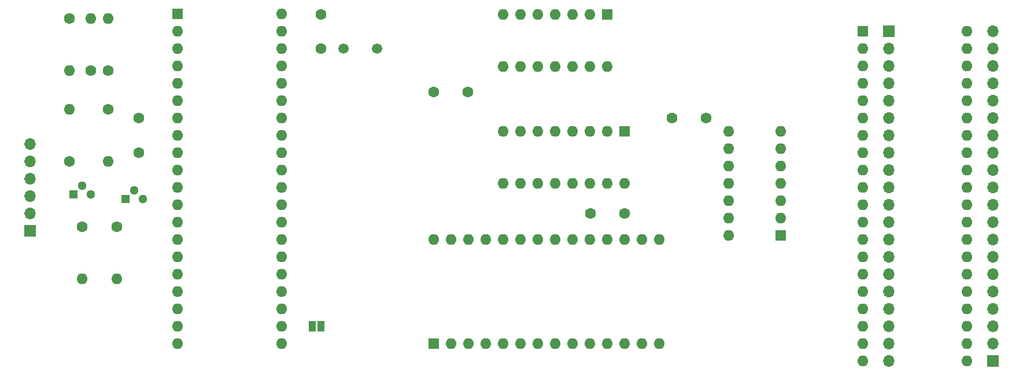
<source format=gts>
%TF.GenerationSoftware,KiCad,Pcbnew,8.0.5+1*%
%TF.CreationDate,2024-10-09T15:07:38+02:00*%
%TF.ProjectId,QL_PC0084A_keyboard_adapter,514c5f50-4330-4303-9834-415f6b657962,0*%
%TF.SameCoordinates,Original*%
%TF.FileFunction,Soldermask,Top*%
%TF.FilePolarity,Negative*%
%FSLAX46Y46*%
G04 Gerber Fmt 4.6, Leading zero omitted, Abs format (unit mm)*
G04 Created by KiCad (PCBNEW 8.0.5+1) date 2024-10-09 15:07:38*
%MOMM*%
%LPD*%
G01*
G04 APERTURE LIST*
%ADD10R,1.600000X1.600000*%
%ADD11O,1.600000X1.600000*%
%ADD12R,1.300000X1.300000*%
%ADD13C,1.300000*%
%ADD14C,1.600000*%
%ADD15C,1.500000*%
%ADD16R,1.700000X1.700000*%
%ADD17O,1.700000X1.700000*%
%ADD18R,1.000000X1.500000*%
G04 APERTURE END LIST*
D10*
%TO.C,U2*%
X115570000Y-78740000D03*
D11*
X115570000Y-81280000D03*
X115570000Y-83820000D03*
X115570000Y-86360000D03*
X115570000Y-88900000D03*
X115570000Y-91440000D03*
X115570000Y-93980000D03*
X115570000Y-96520000D03*
X115570000Y-99060000D03*
X115570000Y-101600000D03*
X115570000Y-104140000D03*
X115570000Y-106680000D03*
X115570000Y-109220000D03*
X115570000Y-111760000D03*
X115570000Y-114300000D03*
X115570000Y-116840000D03*
X115570000Y-119380000D03*
X115570000Y-121920000D03*
X115570000Y-124460000D03*
X115570000Y-127000000D03*
X130810000Y-127000000D03*
X130810000Y-124460000D03*
X130810000Y-121920000D03*
X130810000Y-119380000D03*
X130810000Y-116840000D03*
X130810000Y-114300000D03*
X130810000Y-111760000D03*
X130810000Y-109220000D03*
X130810000Y-106680000D03*
X130810000Y-104140000D03*
X130810000Y-101600000D03*
X130810000Y-99060000D03*
X130810000Y-96520000D03*
X130810000Y-93980000D03*
X130810000Y-91440000D03*
X130810000Y-88900000D03*
X130810000Y-86360000D03*
X130810000Y-83820000D03*
X130810000Y-81280000D03*
X130810000Y-78740000D03*
%TD*%
D10*
%TO.C,U8*%
X178440000Y-78750000D03*
D11*
X175900000Y-78750000D03*
X173360000Y-78750000D03*
X170820000Y-78750000D03*
X168280000Y-78750000D03*
X165740000Y-78750000D03*
X163200000Y-78750000D03*
X163200000Y-86370000D03*
X165740000Y-86370000D03*
X168280000Y-86370000D03*
X170820000Y-86370000D03*
X173360000Y-86370000D03*
X175900000Y-86370000D03*
X178440000Y-86370000D03*
%TD*%
D10*
%TO.C,U1*%
X215900000Y-81280000D03*
D11*
X215900000Y-83820000D03*
X215900000Y-86360000D03*
X215900000Y-88900000D03*
X215900000Y-91440000D03*
X215900000Y-93980000D03*
X215900000Y-96520000D03*
X215900000Y-99060000D03*
X215900000Y-101600000D03*
X215900000Y-104140000D03*
X215900000Y-106680000D03*
X215900000Y-109220000D03*
X215900000Y-111760000D03*
X215900000Y-114300000D03*
X215900000Y-116840000D03*
X215900000Y-119380000D03*
X215900000Y-121920000D03*
X215900000Y-124460000D03*
X215900000Y-127000000D03*
X215900000Y-129540000D03*
X231140000Y-129540000D03*
X231140000Y-127000000D03*
X231140000Y-124460000D03*
X231140000Y-121920000D03*
X231140000Y-119380000D03*
X231140000Y-116840000D03*
X231140000Y-114300000D03*
X231140000Y-111760000D03*
X231140000Y-109220000D03*
X231140000Y-106680000D03*
X231140000Y-104140000D03*
X231140000Y-101600000D03*
X231140000Y-99060000D03*
X231140000Y-96520000D03*
X231140000Y-93980000D03*
X231140000Y-91440000D03*
X231140000Y-88900000D03*
X231140000Y-86360000D03*
X231140000Y-83820000D03*
X231140000Y-81280000D03*
%TD*%
D12*
%TO.C,Q2*%
X107950000Y-105770000D03*
D13*
X109220000Y-104500000D03*
X110490000Y-105770000D03*
%TD*%
D14*
%TO.C,R5*%
X105410000Y-86995000D03*
D11*
X105410000Y-79375000D03*
%TD*%
D14*
%TO.C,C2*%
X136525000Y-83780000D03*
X136525000Y-78780000D03*
%TD*%
D12*
%TO.C,Q1*%
X100330000Y-105135000D03*
D13*
X101600000Y-103865000D03*
X102870000Y-105135000D03*
%TD*%
D10*
%TO.C,U6*%
X180975000Y-95885000D03*
D11*
X178435000Y-95885000D03*
X175895000Y-95885000D03*
X173355000Y-95885000D03*
X170815000Y-95885000D03*
X168275000Y-95885000D03*
X165735000Y-95885000D03*
X163195000Y-95885000D03*
X163195000Y-103505000D03*
X165735000Y-103505000D03*
X168275000Y-103505000D03*
X170815000Y-103505000D03*
X173355000Y-103505000D03*
X175895000Y-103505000D03*
X178435000Y-103505000D03*
X180975000Y-103505000D03*
%TD*%
D14*
%TO.C,C5*%
X109855000Y-98980000D03*
X109855000Y-93980000D03*
%TD*%
%TO.C,C4*%
X153075000Y-90170000D03*
X158075000Y-90170000D03*
%TD*%
%TO.C,C1*%
X187960000Y-93980000D03*
X192960000Y-93980000D03*
%TD*%
%TO.C,R7*%
X105410000Y-92710000D03*
D11*
X105410000Y-100330000D03*
%TD*%
D14*
%TO.C,C3*%
X180975000Y-107950000D03*
X175975000Y-107950000D03*
%TD*%
D15*
%TO.C,Y1*%
X139880000Y-83790000D03*
X144780000Y-83790000D03*
%TD*%
D14*
%TO.C,R4*%
X102870000Y-86995000D03*
D11*
X102870000Y-79375000D03*
%TD*%
D14*
%TO.C,R1*%
X106680000Y-109855000D03*
D11*
X106680000Y-117475000D03*
%TD*%
D14*
%TO.C,R2*%
X101600000Y-109855000D03*
D11*
X101600000Y-117475000D03*
%TD*%
D14*
%TO.C,R6*%
X99695000Y-100330000D03*
D11*
X99695000Y-92710000D03*
%TD*%
D10*
%TO.C,U7*%
X203825000Y-111125000D03*
D11*
X203825000Y-108585000D03*
X203825000Y-106045000D03*
X203825000Y-103505000D03*
X203825000Y-100965000D03*
X203825000Y-98425000D03*
X203825000Y-95885000D03*
X196205000Y-95885000D03*
X196205000Y-98425000D03*
X196205000Y-100965000D03*
X196205000Y-103505000D03*
X196205000Y-106045000D03*
X196205000Y-108585000D03*
X196205000Y-111125000D03*
%TD*%
D14*
%TO.C,R3*%
X99695000Y-79375000D03*
D11*
X99695000Y-86995000D03*
%TD*%
D10*
%TO.C,U3*%
X153035000Y-127000000D03*
D11*
X155575000Y-127000000D03*
X158115000Y-127000000D03*
X160655000Y-127000000D03*
X163195000Y-127000000D03*
X165735000Y-127000000D03*
X168275000Y-127000000D03*
X170815000Y-127000000D03*
X173355000Y-127000000D03*
X175895000Y-127000000D03*
X178435000Y-127000000D03*
X180975000Y-127000000D03*
X183515000Y-127000000D03*
X186055000Y-127000000D03*
X186055000Y-111760000D03*
X183515000Y-111760000D03*
X180975000Y-111760000D03*
X178435000Y-111760000D03*
X175895000Y-111760000D03*
X173355000Y-111760000D03*
X170815000Y-111760000D03*
X168275000Y-111760000D03*
X165735000Y-111760000D03*
X163195000Y-111760000D03*
X160655000Y-111760000D03*
X158115000Y-111760000D03*
X155575000Y-111760000D03*
X153035000Y-111760000D03*
%TD*%
D16*
%TO.C,J3*%
X93980000Y-110490000D03*
D17*
X93980000Y-107950000D03*
X93980000Y-105410000D03*
X93980000Y-102870000D03*
X93980000Y-100330000D03*
X93980000Y-97790000D03*
%TD*%
D18*
%TO.C,JP1*%
X136555000Y-124460000D03*
X135255000Y-124460000D03*
%TD*%
D16*
%TO.C,J2*%
X234950000Y-129540000D03*
D17*
X234950000Y-127000000D03*
X234950000Y-124460000D03*
X234950000Y-121920000D03*
X234950000Y-119380000D03*
X234950000Y-116840000D03*
X234950000Y-114300000D03*
X234950000Y-111760000D03*
X234950000Y-109220000D03*
X234950000Y-106680000D03*
X234950000Y-104140000D03*
X234950000Y-101600000D03*
X234950000Y-99060000D03*
X234950000Y-96520000D03*
X234950000Y-93980000D03*
X234950000Y-91440000D03*
X234950000Y-88900000D03*
X234950000Y-86360000D03*
X234950000Y-83820000D03*
X234950000Y-81280000D03*
%TD*%
D16*
%TO.C,J1*%
X219710000Y-81280000D03*
D17*
X219710000Y-83820000D03*
X219710000Y-86360000D03*
X219710000Y-88900000D03*
X219710000Y-91440000D03*
X219710000Y-93980000D03*
X219710000Y-96520000D03*
X219710000Y-99060000D03*
X219710000Y-101600000D03*
X219710000Y-104140000D03*
X219710000Y-106680000D03*
X219710000Y-109220000D03*
X219710000Y-111760000D03*
X219710000Y-114300000D03*
X219710000Y-116840000D03*
X219710000Y-119380000D03*
X219710000Y-121920000D03*
X219710000Y-124460000D03*
X219710000Y-127000000D03*
X219710000Y-129540000D03*
%TD*%
M02*

</source>
